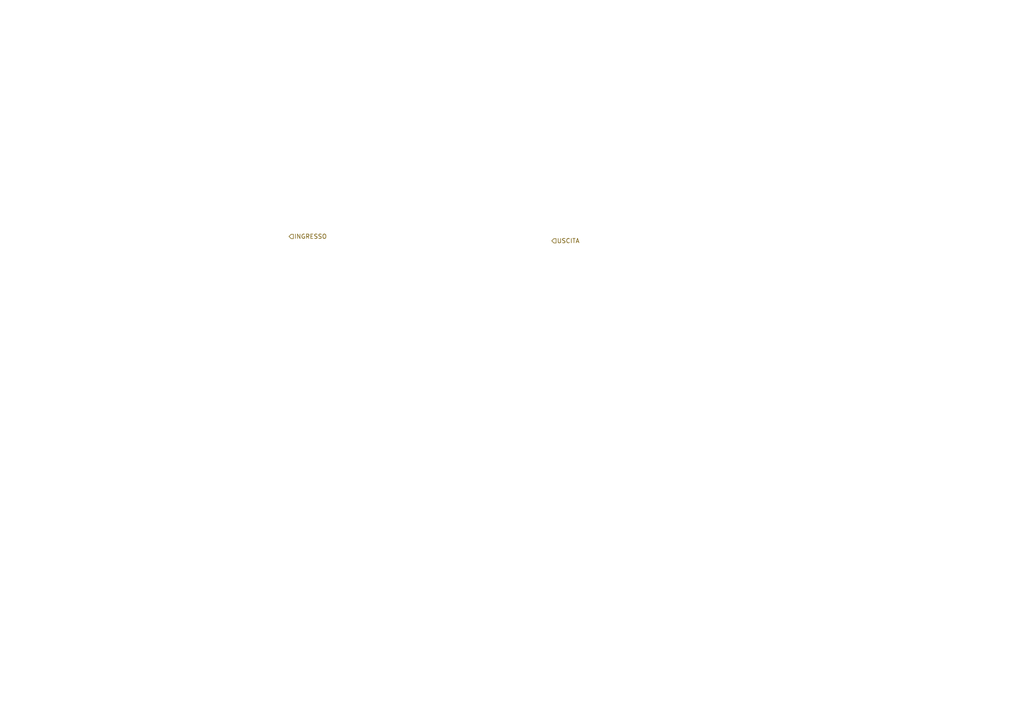
<source format=kicad_sch>
(kicad_sch
	(version 20250114)
	(generator "eeschema")
	(generator_version "9.0")
	(uuid "7e423b37-f2ea-4087-992f-e3dc2e2ab60c")
	(paper "A4")
	(lib_symbols)
	(hierarchical_label "INGRESSO"
		(shape input)
		(at 83.82 68.58 0)
		(effects
			(font
				(size 1.27 1.27)
			)
			(justify left)
		)
		(uuid "17120d3e-1bad-4131-99b3-b52bd921e694")
	)
	(hierarchical_label "USCITA"
		(shape input)
		(at 160.02 69.85 0)
		(effects
			(font
				(size 1.27 1.27)
			)
			(justify left)
		)
		(uuid "178309c5-2638-4a2b-b1a2-eef27de49eb2")
	)
)

</source>
